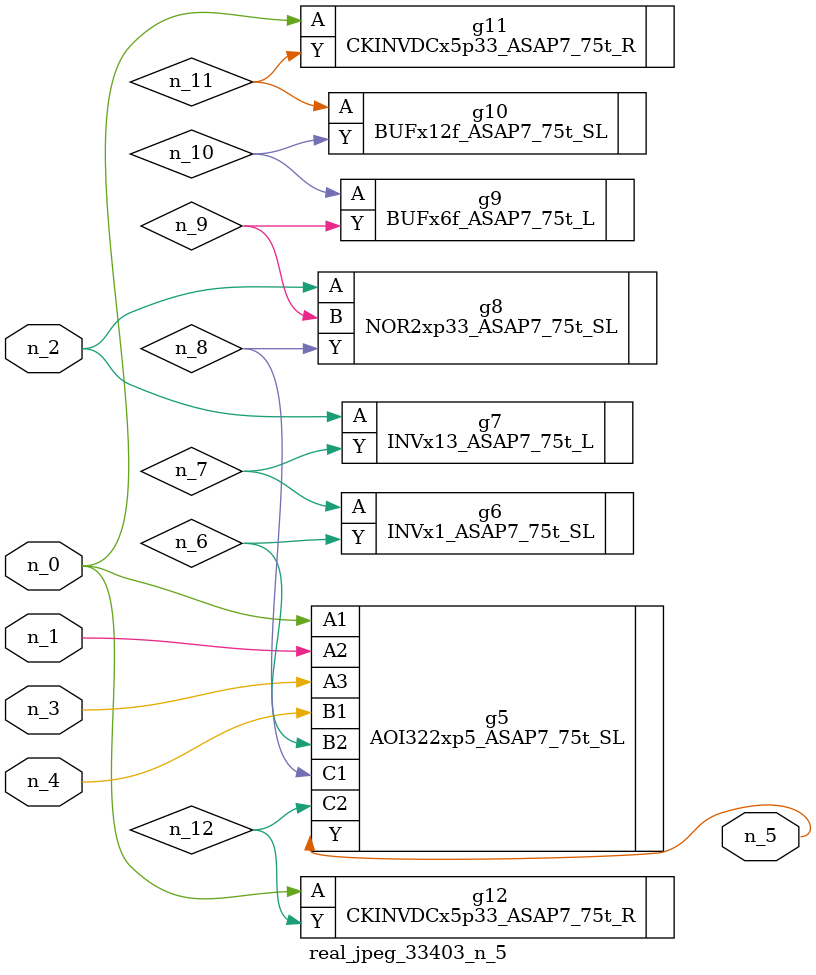
<source format=v>
module real_jpeg_33403_n_5 (n_4, n_0, n_1, n_2, n_3, n_5);

input n_4;
input n_0;
input n_1;
input n_2;
input n_3;

output n_5;

wire n_12;
wire n_8;
wire n_11;
wire n_6;
wire n_7;
wire n_10;
wire n_9;

AOI322xp5_ASAP7_75t_SL g5 ( 
.A1(n_0),
.A2(n_1),
.A3(n_3),
.B1(n_4),
.B2(n_6),
.C1(n_8),
.C2(n_12),
.Y(n_5)
);

CKINVDCx5p33_ASAP7_75t_R g11 ( 
.A(n_0),
.Y(n_11)
);

CKINVDCx5p33_ASAP7_75t_R g12 ( 
.A(n_0),
.Y(n_12)
);

INVx13_ASAP7_75t_L g7 ( 
.A(n_2),
.Y(n_7)
);

NOR2xp33_ASAP7_75t_SL g8 ( 
.A(n_2),
.B(n_9),
.Y(n_8)
);

INVx1_ASAP7_75t_SL g6 ( 
.A(n_7),
.Y(n_6)
);

BUFx6f_ASAP7_75t_L g9 ( 
.A(n_10),
.Y(n_9)
);

BUFx12f_ASAP7_75t_SL g10 ( 
.A(n_11),
.Y(n_10)
);


endmodule
</source>
